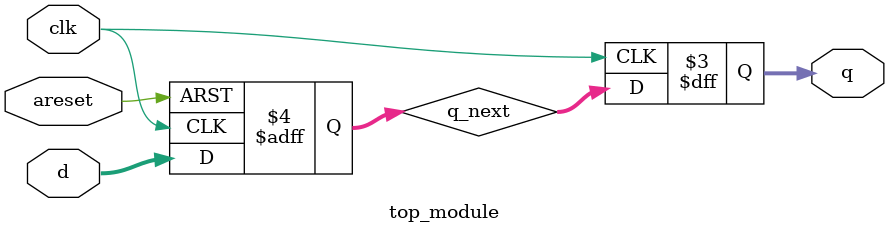
<source format=sv>
module top_module(
	input clk,
	input [7:0] d,
	input areset,
	output reg [7:0] q
);
	reg [7:0] q_next;

	always @(posedge clk or posedge areset) begin
		if (areset)
			q_next <= 8'b00000000;
		else
			q_next <= d;
	end

	always @(posedge clk) begin
		q <= q_next;
	end

endmodule

</source>
